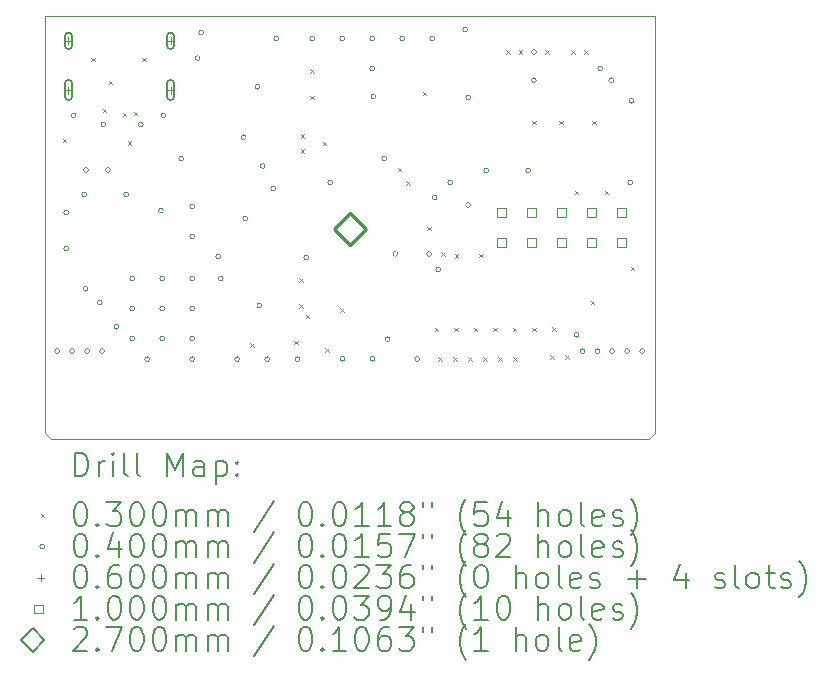
<source format=gbr>
%TF.GenerationSoftware,KiCad,Pcbnew,(6.0.7)*%
%TF.CreationDate,2023-03-31T21:15:41+02:00*%
%TF.ProjectId,airboy_cartridge,61697262-6f79-45f6-9361-727472696467,rev?*%
%TF.SameCoordinates,Original*%
%TF.FileFunction,Drillmap*%
%TF.FilePolarity,Positive*%
%FSLAX45Y45*%
G04 Gerber Fmt 4.5, Leading zero omitted, Abs format (unit mm)*
G04 Created by KiCad (PCBNEW (6.0.7)) date 2023-03-31 21:15:41*
%MOMM*%
%LPD*%
G01*
G04 APERTURE LIST*
%ADD10C,0.100000*%
%ADD11C,0.200000*%
%ADD12C,0.030000*%
%ADD13C,0.040000*%
%ADD14C,0.060000*%
%ADD15C,0.270000*%
G04 APERTURE END LIST*
D10*
X12420000Y-8600000D02*
X12420000Y-12130000D01*
X17580000Y-8600000D02*
X17580000Y-12130000D01*
X12420000Y-8600000D02*
X17580000Y-8600000D01*
X12470000Y-12180000D02*
X17530000Y-12180000D01*
X17530000Y-12180000D02*
X17580000Y-12130000D01*
X12420000Y-12130000D02*
X12470000Y-12180000D01*
D11*
D12*
X12568160Y-9637000D02*
X12598160Y-9667000D01*
X12598160Y-9637000D02*
X12568160Y-9667000D01*
X12812000Y-8951200D02*
X12842000Y-8981200D01*
X12842000Y-8951200D02*
X12812000Y-8981200D01*
X12908520Y-9383000D02*
X12938520Y-9413000D01*
X12938520Y-9383000D02*
X12908520Y-9413000D01*
X12959320Y-9144240D02*
X12989320Y-9174240D01*
X12989320Y-9144240D02*
X12959320Y-9174240D01*
X13076160Y-9418560D02*
X13106160Y-9448560D01*
X13106160Y-9418560D02*
X13076160Y-9448560D01*
X13119340Y-9659860D02*
X13149340Y-9689860D01*
X13149340Y-9659860D02*
X13119340Y-9689860D01*
X13170140Y-9408400D02*
X13200140Y-9438400D01*
X13200140Y-9408400D02*
X13170140Y-9438400D01*
X13243800Y-8951200D02*
X13273800Y-8981200D01*
X13273800Y-8951200D02*
X13243800Y-8981200D01*
X14158200Y-11366740D02*
X14188200Y-11396740D01*
X14188200Y-11366740D02*
X14158200Y-11396740D01*
X14529040Y-11348960D02*
X14559040Y-11378960D01*
X14559040Y-11348960D02*
X14529040Y-11378960D01*
X14569680Y-11039080D02*
X14599680Y-11069080D01*
X14599680Y-11039080D02*
X14569680Y-11069080D01*
X14572220Y-10818100D02*
X14602220Y-10848100D01*
X14602220Y-10818100D02*
X14572220Y-10848100D01*
X14584920Y-9598900D02*
X14614920Y-9628900D01*
X14614920Y-9598900D02*
X14584920Y-9628900D01*
X14584920Y-9725900D02*
X14614920Y-9755900D01*
X14614920Y-9725900D02*
X14584920Y-9755900D01*
X14625560Y-11125440D02*
X14655560Y-11155440D01*
X14655560Y-11125440D02*
X14625560Y-11155440D01*
X14663660Y-9050260D02*
X14693660Y-9080260D01*
X14693660Y-9050260D02*
X14663660Y-9080260D01*
X14666200Y-9271240D02*
X14696200Y-9301240D01*
X14696200Y-9271240D02*
X14666200Y-9301240D01*
X14770340Y-9662400D02*
X14800340Y-9692400D01*
X14800340Y-9662400D02*
X14770340Y-9692400D01*
X14793200Y-11412460D02*
X14823200Y-11442460D01*
X14823200Y-11412460D02*
X14793200Y-11442460D01*
X14920200Y-11072100D02*
X14950200Y-11102100D01*
X14950200Y-11072100D02*
X14920200Y-11102100D01*
X15405340Y-9883380D02*
X15435340Y-9913380D01*
X15435340Y-9883380D02*
X15405340Y-9913380D01*
X15479000Y-9997680D02*
X15509000Y-10027680D01*
X15509000Y-9997680D02*
X15479000Y-10027680D01*
X15618700Y-9238220D02*
X15648700Y-9268220D01*
X15648700Y-9238220D02*
X15618700Y-9268220D01*
X15656800Y-10383200D02*
X15686800Y-10413200D01*
X15686800Y-10383200D02*
X15656800Y-10413200D01*
X15720300Y-11237200D02*
X15750300Y-11267200D01*
X15750300Y-11237200D02*
X15720300Y-11267200D01*
X15748240Y-11486120D02*
X15778240Y-11516120D01*
X15778240Y-11486120D02*
X15748240Y-11516120D01*
X15776180Y-10599660D02*
X15806180Y-10629660D01*
X15806180Y-10599660D02*
X15776180Y-10629660D01*
X15875240Y-11486120D02*
X15905240Y-11516120D01*
X15905240Y-11486120D02*
X15875240Y-11516120D01*
X15885400Y-11237200D02*
X15915400Y-11267200D01*
X15915400Y-11237200D02*
X15885400Y-11267200D01*
X15890000Y-10615000D02*
X15920000Y-10645000D01*
X15920000Y-10615000D02*
X15890000Y-10645000D01*
X16002240Y-11486120D02*
X16032240Y-11516120D01*
X16032240Y-11486120D02*
X16002240Y-11516120D01*
X16050500Y-11237200D02*
X16080500Y-11267200D01*
X16080500Y-11237200D02*
X16050500Y-11267200D01*
X16095000Y-10610000D02*
X16125000Y-10640000D01*
X16125000Y-10610000D02*
X16095000Y-10640000D01*
X16129240Y-11486120D02*
X16159240Y-11516120D01*
X16159240Y-11486120D02*
X16129240Y-11516120D01*
X16215600Y-11237200D02*
X16245600Y-11267200D01*
X16245600Y-11237200D02*
X16215600Y-11267200D01*
X16256240Y-11486120D02*
X16286240Y-11516120D01*
X16286240Y-11486120D02*
X16256240Y-11516120D01*
X16322280Y-8887700D02*
X16352280Y-8917700D01*
X16352280Y-8887700D02*
X16322280Y-8917700D01*
X16380700Y-11237200D02*
X16410700Y-11267200D01*
X16410700Y-11237200D02*
X16380700Y-11267200D01*
X16385780Y-11486120D02*
X16415780Y-11516120D01*
X16415780Y-11486120D02*
X16385780Y-11516120D01*
X16431500Y-8887700D02*
X16461500Y-8917700D01*
X16461500Y-8887700D02*
X16431500Y-8917700D01*
X16545800Y-9484600D02*
X16575800Y-9514600D01*
X16575800Y-9484600D02*
X16545800Y-9514600D01*
X16545800Y-11237200D02*
X16575800Y-11267200D01*
X16575800Y-11237200D02*
X16545800Y-11267200D01*
X16652480Y-8887700D02*
X16682480Y-8917700D01*
X16682480Y-8887700D02*
X16652480Y-8917700D01*
X16698200Y-11468340D02*
X16728200Y-11498340D01*
X16728200Y-11468340D02*
X16698200Y-11498340D01*
X16715980Y-11234660D02*
X16745980Y-11264660D01*
X16745980Y-11234660D02*
X16715980Y-11264660D01*
X16774400Y-9484600D02*
X16804400Y-9514600D01*
X16804400Y-9484600D02*
X16774400Y-9514600D01*
X16825200Y-11468340D02*
X16855200Y-11498340D01*
X16855200Y-11468340D02*
X16825200Y-11498340D01*
X16873460Y-8887700D02*
X16903460Y-8917700D01*
X16903460Y-8887700D02*
X16873460Y-8917700D01*
X16903940Y-10076420D02*
X16933940Y-10106420D01*
X16933940Y-10076420D02*
X16903940Y-10106420D01*
X16982680Y-8887700D02*
X17012680Y-8917700D01*
X17012680Y-8887700D02*
X16982680Y-8917700D01*
X17041100Y-11008600D02*
X17071100Y-11038600D01*
X17071100Y-11008600D02*
X17041100Y-11038600D01*
X17053800Y-9484600D02*
X17083800Y-9514600D01*
X17083800Y-9484600D02*
X17053800Y-9514600D01*
X17157940Y-10076420D02*
X17187940Y-10106420D01*
X17187940Y-10076420D02*
X17157940Y-10106420D01*
X17380000Y-10720000D02*
X17410000Y-10750000D01*
X17410000Y-10720000D02*
X17380000Y-10750000D01*
D13*
X12542200Y-11435080D02*
G75*
G03*
X12542200Y-11435080I-20000J0D01*
G01*
X12618400Y-10261600D02*
G75*
G03*
X12618400Y-10261600I-20000J0D01*
G01*
X12618400Y-10566400D02*
G75*
G03*
X12618400Y-10566400I-20000J0D01*
G01*
X12669200Y-11435080D02*
G75*
G03*
X12669200Y-11435080I-20000J0D01*
G01*
X12681900Y-9438640D02*
G75*
G03*
X12681900Y-9438640I-20000J0D01*
G01*
X12770800Y-10109200D02*
G75*
G03*
X12770800Y-10109200I-20000J0D01*
G01*
X12783500Y-10906760D02*
G75*
G03*
X12783500Y-10906760I-20000J0D01*
G01*
X12786040Y-9900920D02*
G75*
G03*
X12786040Y-9900920I-20000J0D01*
G01*
X12796200Y-11435080D02*
G75*
G03*
X12796200Y-11435080I-20000J0D01*
G01*
X12902880Y-11023600D02*
G75*
G03*
X12902880Y-11023600I-20000J0D01*
G01*
X12923200Y-11435080D02*
G75*
G03*
X12923200Y-11435080I-20000J0D01*
G01*
X12933360Y-9517380D02*
G75*
G03*
X12933360Y-9517380I-20000J0D01*
G01*
X12971460Y-9900920D02*
G75*
G03*
X12971460Y-9900920I-20000J0D01*
G01*
X13042580Y-11229340D02*
G75*
G03*
X13042580Y-11229340I-20000J0D01*
G01*
X13126400Y-10109200D02*
G75*
G03*
X13126400Y-10109200I-20000J0D01*
G01*
X13177200Y-10820400D02*
G75*
G03*
X13177200Y-10820400I-20000J0D01*
G01*
X13177200Y-11074400D02*
G75*
G03*
X13177200Y-11074400I-20000J0D01*
G01*
X13177200Y-11328400D02*
G75*
G03*
X13177200Y-11328400I-20000J0D01*
G01*
X13250860Y-9517380D02*
G75*
G03*
X13250860Y-9517380I-20000J0D01*
G01*
X13304200Y-11503660D02*
G75*
G03*
X13304200Y-11503660I-20000J0D01*
G01*
X13421040Y-10246360D02*
G75*
G03*
X13421040Y-10246360I-20000J0D01*
G01*
X13431200Y-10820400D02*
G75*
G03*
X13431200Y-10820400I-20000J0D01*
G01*
X13431200Y-11074400D02*
G75*
G03*
X13431200Y-11074400I-20000J0D01*
G01*
X13431200Y-11328400D02*
G75*
G03*
X13431200Y-11328400I-20000J0D01*
G01*
X13441360Y-9438640D02*
G75*
G03*
X13441360Y-9438640I-20000J0D01*
G01*
X13591220Y-9804400D02*
G75*
G03*
X13591220Y-9804400I-20000J0D01*
G01*
X13685200Y-10210800D02*
G75*
G03*
X13685200Y-10210800I-20000J0D01*
G01*
X13685200Y-10464800D02*
G75*
G03*
X13685200Y-10464800I-20000J0D01*
G01*
X13685200Y-10820400D02*
G75*
G03*
X13685200Y-10820400I-20000J0D01*
G01*
X13685200Y-11074400D02*
G75*
G03*
X13685200Y-11074400I-20000J0D01*
G01*
X13685200Y-11328400D02*
G75*
G03*
X13685200Y-11328400I-20000J0D01*
G01*
X13685200Y-11503660D02*
G75*
G03*
X13685200Y-11503660I-20000J0D01*
G01*
X13730920Y-8953500D02*
G75*
G03*
X13730920Y-8953500I-20000J0D01*
G01*
X13761400Y-8737600D02*
G75*
G03*
X13761400Y-8737600I-20000J0D01*
G01*
X13906180Y-10632440D02*
G75*
G03*
X13906180Y-10632440I-20000J0D01*
G01*
X13926500Y-10820400D02*
G75*
G03*
X13926500Y-10820400I-20000J0D01*
G01*
X14066200Y-11503660D02*
G75*
G03*
X14066200Y-11503660I-20000J0D01*
G01*
X14122080Y-9624060D02*
G75*
G03*
X14122080Y-9624060I-20000J0D01*
G01*
X14134780Y-10312400D02*
G75*
G03*
X14134780Y-10312400I-20000J0D01*
G01*
X14236380Y-9197340D02*
G75*
G03*
X14236380Y-9197340I-20000J0D01*
G01*
X14254160Y-11049000D02*
G75*
G03*
X14254160Y-11049000I-20000J0D01*
G01*
X14282100Y-9867900D02*
G75*
G03*
X14282100Y-9867900I-20000J0D01*
G01*
X14320200Y-11503660D02*
G75*
G03*
X14320200Y-11503660I-20000J0D01*
G01*
X14371000Y-10058400D02*
G75*
G03*
X14371000Y-10058400I-20000J0D01*
G01*
X14396400Y-8788400D02*
G75*
G03*
X14396400Y-8788400I-20000J0D01*
G01*
X14576740Y-11503660D02*
G75*
G03*
X14576740Y-11503660I-20000J0D01*
G01*
X14650400Y-10642600D02*
G75*
G03*
X14650400Y-10642600I-20000J0D01*
G01*
X14701200Y-8788400D02*
G75*
G03*
X14701200Y-8788400I-20000J0D01*
G01*
X14853600Y-10007600D02*
G75*
G03*
X14853600Y-10007600I-20000J0D01*
G01*
X14955200Y-8788400D02*
G75*
G03*
X14955200Y-8788400I-20000J0D01*
G01*
X14957740Y-11501120D02*
G75*
G03*
X14957740Y-11501120I-20000J0D01*
G01*
X15209200Y-8788400D02*
G75*
G03*
X15209200Y-8788400I-20000J0D01*
G01*
X15209200Y-9042400D02*
G75*
G03*
X15209200Y-9042400I-20000J0D01*
G01*
X15211740Y-11501120D02*
G75*
G03*
X15211740Y-11501120I-20000J0D01*
G01*
X15219360Y-9278620D02*
G75*
G03*
X15219360Y-9278620I-20000J0D01*
G01*
X15310800Y-9804400D02*
G75*
G03*
X15310800Y-9804400I-20000J0D01*
G01*
X15338740Y-11333480D02*
G75*
G03*
X15338740Y-11333480I-20000J0D01*
G01*
X15404780Y-10612120D02*
G75*
G03*
X15404780Y-10612120I-20000J0D01*
G01*
X15463200Y-8788400D02*
G75*
G03*
X15463200Y-8788400I-20000J0D01*
G01*
X15590200Y-11501120D02*
G75*
G03*
X15590200Y-11501120I-20000J0D01*
G01*
X15691800Y-10612120D02*
G75*
G03*
X15691800Y-10612120I-20000J0D01*
G01*
X15717200Y-8788400D02*
G75*
G03*
X15717200Y-8788400I-20000J0D01*
G01*
X15737520Y-10134600D02*
G75*
G03*
X15737520Y-10134600I-20000J0D01*
G01*
X15768000Y-10744200D02*
G75*
G03*
X15768000Y-10744200I-20000J0D01*
G01*
X15869600Y-10007600D02*
G75*
G03*
X15869600Y-10007600I-20000J0D01*
G01*
X15996600Y-8712200D02*
G75*
G03*
X15996600Y-8712200I-20000J0D01*
G01*
X16022000Y-9288780D02*
G75*
G03*
X16022000Y-9288780I-20000J0D01*
G01*
X16022000Y-10198100D02*
G75*
G03*
X16022000Y-10198100I-20000J0D01*
G01*
X16174400Y-9906000D02*
G75*
G03*
X16174400Y-9906000I-20000J0D01*
G01*
X16530000Y-9906000D02*
G75*
G03*
X16530000Y-9906000I-20000J0D01*
G01*
X16578260Y-8902700D02*
G75*
G03*
X16578260Y-8902700I-20000J0D01*
G01*
X16578260Y-9141460D02*
G75*
G03*
X16578260Y-9141460I-20000J0D01*
G01*
X16938940Y-11297920D02*
G75*
G03*
X16938940Y-11297920I-20000J0D01*
G01*
X16989740Y-11435080D02*
G75*
G03*
X16989740Y-11435080I-20000J0D01*
G01*
X17116740Y-11435080D02*
G75*
G03*
X17116740Y-11435080I-20000J0D01*
G01*
X17139600Y-9042400D02*
G75*
G03*
X17139600Y-9042400I-20000J0D01*
G01*
X17233320Y-9141460D02*
G75*
G03*
X17233320Y-9141460I-20000J0D01*
G01*
X17241200Y-11435080D02*
G75*
G03*
X17241200Y-11435080I-20000J0D01*
G01*
X17368200Y-11435080D02*
G75*
G03*
X17368200Y-11435080I-20000J0D01*
G01*
X17393600Y-10007600D02*
G75*
G03*
X17393600Y-10007600I-20000J0D01*
G01*
X17406300Y-9316720D02*
G75*
G03*
X17406300Y-9316720I-20000J0D01*
G01*
X17495200Y-11435080D02*
G75*
G03*
X17495200Y-11435080I-20000J0D01*
G01*
D14*
X12618000Y-8778500D02*
X12618000Y-8838500D01*
X12588000Y-8808500D02*
X12648000Y-8808500D01*
D11*
X12588000Y-8768500D02*
X12588000Y-8848500D01*
X12648000Y-8768500D02*
X12648000Y-8848500D01*
X12588000Y-8848500D02*
G75*
G03*
X12648000Y-8848500I30000J0D01*
G01*
X12648000Y-8768500D02*
G75*
G03*
X12588000Y-8768500I-30000J0D01*
G01*
D14*
X12618000Y-9195500D02*
X12618000Y-9255500D01*
X12588000Y-9225500D02*
X12648000Y-9225500D01*
D11*
X12588000Y-9170500D02*
X12588000Y-9280500D01*
X12648000Y-9170500D02*
X12648000Y-9280500D01*
X12588000Y-9280500D02*
G75*
G03*
X12648000Y-9280500I30000J0D01*
G01*
X12648000Y-9170500D02*
G75*
G03*
X12588000Y-9170500I-30000J0D01*
G01*
D14*
X13482000Y-8778500D02*
X13482000Y-8838500D01*
X13452000Y-8808500D02*
X13512000Y-8808500D01*
D11*
X13452000Y-8768500D02*
X13452000Y-8848500D01*
X13512000Y-8768500D02*
X13512000Y-8848500D01*
X13452000Y-8848500D02*
G75*
G03*
X13512000Y-8848500I30000J0D01*
G01*
X13512000Y-8768500D02*
G75*
G03*
X13452000Y-8768500I-30000J0D01*
G01*
D14*
X13482000Y-9195500D02*
X13482000Y-9255500D01*
X13452000Y-9225500D02*
X13512000Y-9225500D01*
D11*
X13452000Y-9170500D02*
X13452000Y-9280500D01*
X13512000Y-9170500D02*
X13512000Y-9280500D01*
X13452000Y-9280500D02*
G75*
G03*
X13512000Y-9280500I30000J0D01*
G01*
X13512000Y-9170500D02*
G75*
G03*
X13452000Y-9170500I-30000J0D01*
G01*
D10*
X16318856Y-10297856D02*
X16318856Y-10227144D01*
X16248144Y-10227144D01*
X16248144Y-10297856D01*
X16318856Y-10297856D01*
X16318856Y-10551856D02*
X16318856Y-10481144D01*
X16248144Y-10481144D01*
X16248144Y-10551856D01*
X16318856Y-10551856D01*
X16572856Y-10297856D02*
X16572856Y-10227144D01*
X16502144Y-10227144D01*
X16502144Y-10297856D01*
X16572856Y-10297856D01*
X16572856Y-10551856D02*
X16572856Y-10481144D01*
X16502144Y-10481144D01*
X16502144Y-10551856D01*
X16572856Y-10551856D01*
X16826856Y-10297856D02*
X16826856Y-10227144D01*
X16756144Y-10227144D01*
X16756144Y-10297856D01*
X16826856Y-10297856D01*
X16826856Y-10551856D02*
X16826856Y-10481144D01*
X16756144Y-10481144D01*
X16756144Y-10551856D01*
X16826856Y-10551856D01*
X17080856Y-10297856D02*
X17080856Y-10227144D01*
X17010144Y-10227144D01*
X17010144Y-10297856D01*
X17080856Y-10297856D01*
X17080856Y-10551856D02*
X17080856Y-10481144D01*
X17010144Y-10481144D01*
X17010144Y-10551856D01*
X17080856Y-10551856D01*
X17334856Y-10297856D02*
X17334856Y-10227144D01*
X17264144Y-10227144D01*
X17264144Y-10297856D01*
X17334856Y-10297856D01*
X17334856Y-10551856D02*
X17334856Y-10481144D01*
X17264144Y-10481144D01*
X17264144Y-10551856D01*
X17334856Y-10551856D01*
D15*
X15000000Y-10535000D02*
X15135000Y-10400000D01*
X15000000Y-10265000D01*
X14865000Y-10400000D01*
X15000000Y-10535000D01*
D11*
X12672619Y-12495476D02*
X12672619Y-12295476D01*
X12720238Y-12295476D01*
X12748809Y-12305000D01*
X12767857Y-12324048D01*
X12777381Y-12343095D01*
X12786905Y-12381190D01*
X12786905Y-12409762D01*
X12777381Y-12447857D01*
X12767857Y-12466905D01*
X12748809Y-12485952D01*
X12720238Y-12495476D01*
X12672619Y-12495476D01*
X12872619Y-12495476D02*
X12872619Y-12362143D01*
X12872619Y-12400238D02*
X12882143Y-12381190D01*
X12891667Y-12371667D01*
X12910714Y-12362143D01*
X12929762Y-12362143D01*
X12996428Y-12495476D02*
X12996428Y-12362143D01*
X12996428Y-12295476D02*
X12986905Y-12305000D01*
X12996428Y-12314524D01*
X13005952Y-12305000D01*
X12996428Y-12295476D01*
X12996428Y-12314524D01*
X13120238Y-12495476D02*
X13101190Y-12485952D01*
X13091667Y-12466905D01*
X13091667Y-12295476D01*
X13225000Y-12495476D02*
X13205952Y-12485952D01*
X13196428Y-12466905D01*
X13196428Y-12295476D01*
X13453571Y-12495476D02*
X13453571Y-12295476D01*
X13520238Y-12438333D01*
X13586905Y-12295476D01*
X13586905Y-12495476D01*
X13767857Y-12495476D02*
X13767857Y-12390714D01*
X13758333Y-12371667D01*
X13739286Y-12362143D01*
X13701190Y-12362143D01*
X13682143Y-12371667D01*
X13767857Y-12485952D02*
X13748809Y-12495476D01*
X13701190Y-12495476D01*
X13682143Y-12485952D01*
X13672619Y-12466905D01*
X13672619Y-12447857D01*
X13682143Y-12428809D01*
X13701190Y-12419286D01*
X13748809Y-12419286D01*
X13767857Y-12409762D01*
X13863095Y-12362143D02*
X13863095Y-12562143D01*
X13863095Y-12371667D02*
X13882143Y-12362143D01*
X13920238Y-12362143D01*
X13939286Y-12371667D01*
X13948809Y-12381190D01*
X13958333Y-12400238D01*
X13958333Y-12457381D01*
X13948809Y-12476428D01*
X13939286Y-12485952D01*
X13920238Y-12495476D01*
X13882143Y-12495476D01*
X13863095Y-12485952D01*
X14044048Y-12476428D02*
X14053571Y-12485952D01*
X14044048Y-12495476D01*
X14034524Y-12485952D01*
X14044048Y-12476428D01*
X14044048Y-12495476D01*
X14044048Y-12371667D02*
X14053571Y-12381190D01*
X14044048Y-12390714D01*
X14034524Y-12381190D01*
X14044048Y-12371667D01*
X14044048Y-12390714D01*
D12*
X12385000Y-12810000D02*
X12415000Y-12840000D01*
X12415000Y-12810000D02*
X12385000Y-12840000D01*
D11*
X12710714Y-12715476D02*
X12729762Y-12715476D01*
X12748809Y-12725000D01*
X12758333Y-12734524D01*
X12767857Y-12753571D01*
X12777381Y-12791667D01*
X12777381Y-12839286D01*
X12767857Y-12877381D01*
X12758333Y-12896428D01*
X12748809Y-12905952D01*
X12729762Y-12915476D01*
X12710714Y-12915476D01*
X12691667Y-12905952D01*
X12682143Y-12896428D01*
X12672619Y-12877381D01*
X12663095Y-12839286D01*
X12663095Y-12791667D01*
X12672619Y-12753571D01*
X12682143Y-12734524D01*
X12691667Y-12725000D01*
X12710714Y-12715476D01*
X12863095Y-12896428D02*
X12872619Y-12905952D01*
X12863095Y-12915476D01*
X12853571Y-12905952D01*
X12863095Y-12896428D01*
X12863095Y-12915476D01*
X12939286Y-12715476D02*
X13063095Y-12715476D01*
X12996428Y-12791667D01*
X13025000Y-12791667D01*
X13044048Y-12801190D01*
X13053571Y-12810714D01*
X13063095Y-12829762D01*
X13063095Y-12877381D01*
X13053571Y-12896428D01*
X13044048Y-12905952D01*
X13025000Y-12915476D01*
X12967857Y-12915476D01*
X12948809Y-12905952D01*
X12939286Y-12896428D01*
X13186905Y-12715476D02*
X13205952Y-12715476D01*
X13225000Y-12725000D01*
X13234524Y-12734524D01*
X13244048Y-12753571D01*
X13253571Y-12791667D01*
X13253571Y-12839286D01*
X13244048Y-12877381D01*
X13234524Y-12896428D01*
X13225000Y-12905952D01*
X13205952Y-12915476D01*
X13186905Y-12915476D01*
X13167857Y-12905952D01*
X13158333Y-12896428D01*
X13148809Y-12877381D01*
X13139286Y-12839286D01*
X13139286Y-12791667D01*
X13148809Y-12753571D01*
X13158333Y-12734524D01*
X13167857Y-12725000D01*
X13186905Y-12715476D01*
X13377381Y-12715476D02*
X13396428Y-12715476D01*
X13415476Y-12725000D01*
X13425000Y-12734524D01*
X13434524Y-12753571D01*
X13444048Y-12791667D01*
X13444048Y-12839286D01*
X13434524Y-12877381D01*
X13425000Y-12896428D01*
X13415476Y-12905952D01*
X13396428Y-12915476D01*
X13377381Y-12915476D01*
X13358333Y-12905952D01*
X13348809Y-12896428D01*
X13339286Y-12877381D01*
X13329762Y-12839286D01*
X13329762Y-12791667D01*
X13339286Y-12753571D01*
X13348809Y-12734524D01*
X13358333Y-12725000D01*
X13377381Y-12715476D01*
X13529762Y-12915476D02*
X13529762Y-12782143D01*
X13529762Y-12801190D02*
X13539286Y-12791667D01*
X13558333Y-12782143D01*
X13586905Y-12782143D01*
X13605952Y-12791667D01*
X13615476Y-12810714D01*
X13615476Y-12915476D01*
X13615476Y-12810714D02*
X13625000Y-12791667D01*
X13644048Y-12782143D01*
X13672619Y-12782143D01*
X13691667Y-12791667D01*
X13701190Y-12810714D01*
X13701190Y-12915476D01*
X13796428Y-12915476D02*
X13796428Y-12782143D01*
X13796428Y-12801190D02*
X13805952Y-12791667D01*
X13825000Y-12782143D01*
X13853571Y-12782143D01*
X13872619Y-12791667D01*
X13882143Y-12810714D01*
X13882143Y-12915476D01*
X13882143Y-12810714D02*
X13891667Y-12791667D01*
X13910714Y-12782143D01*
X13939286Y-12782143D01*
X13958333Y-12791667D01*
X13967857Y-12810714D01*
X13967857Y-12915476D01*
X14358333Y-12705952D02*
X14186905Y-12963095D01*
X14615476Y-12715476D02*
X14634524Y-12715476D01*
X14653571Y-12725000D01*
X14663095Y-12734524D01*
X14672619Y-12753571D01*
X14682143Y-12791667D01*
X14682143Y-12839286D01*
X14672619Y-12877381D01*
X14663095Y-12896428D01*
X14653571Y-12905952D01*
X14634524Y-12915476D01*
X14615476Y-12915476D01*
X14596428Y-12905952D01*
X14586905Y-12896428D01*
X14577381Y-12877381D01*
X14567857Y-12839286D01*
X14567857Y-12791667D01*
X14577381Y-12753571D01*
X14586905Y-12734524D01*
X14596428Y-12725000D01*
X14615476Y-12715476D01*
X14767857Y-12896428D02*
X14777381Y-12905952D01*
X14767857Y-12915476D01*
X14758333Y-12905952D01*
X14767857Y-12896428D01*
X14767857Y-12915476D01*
X14901190Y-12715476D02*
X14920238Y-12715476D01*
X14939286Y-12725000D01*
X14948809Y-12734524D01*
X14958333Y-12753571D01*
X14967857Y-12791667D01*
X14967857Y-12839286D01*
X14958333Y-12877381D01*
X14948809Y-12896428D01*
X14939286Y-12905952D01*
X14920238Y-12915476D01*
X14901190Y-12915476D01*
X14882143Y-12905952D01*
X14872619Y-12896428D01*
X14863095Y-12877381D01*
X14853571Y-12839286D01*
X14853571Y-12791667D01*
X14863095Y-12753571D01*
X14872619Y-12734524D01*
X14882143Y-12725000D01*
X14901190Y-12715476D01*
X15158333Y-12915476D02*
X15044048Y-12915476D01*
X15101190Y-12915476D02*
X15101190Y-12715476D01*
X15082143Y-12744048D01*
X15063095Y-12763095D01*
X15044048Y-12772619D01*
X15348809Y-12915476D02*
X15234524Y-12915476D01*
X15291667Y-12915476D02*
X15291667Y-12715476D01*
X15272619Y-12744048D01*
X15253571Y-12763095D01*
X15234524Y-12772619D01*
X15463095Y-12801190D02*
X15444048Y-12791667D01*
X15434524Y-12782143D01*
X15425000Y-12763095D01*
X15425000Y-12753571D01*
X15434524Y-12734524D01*
X15444048Y-12725000D01*
X15463095Y-12715476D01*
X15501190Y-12715476D01*
X15520238Y-12725000D01*
X15529762Y-12734524D01*
X15539286Y-12753571D01*
X15539286Y-12763095D01*
X15529762Y-12782143D01*
X15520238Y-12791667D01*
X15501190Y-12801190D01*
X15463095Y-12801190D01*
X15444048Y-12810714D01*
X15434524Y-12820238D01*
X15425000Y-12839286D01*
X15425000Y-12877381D01*
X15434524Y-12896428D01*
X15444048Y-12905952D01*
X15463095Y-12915476D01*
X15501190Y-12915476D01*
X15520238Y-12905952D01*
X15529762Y-12896428D01*
X15539286Y-12877381D01*
X15539286Y-12839286D01*
X15529762Y-12820238D01*
X15520238Y-12810714D01*
X15501190Y-12801190D01*
X15615476Y-12715476D02*
X15615476Y-12753571D01*
X15691667Y-12715476D02*
X15691667Y-12753571D01*
X15986905Y-12991667D02*
X15977381Y-12982143D01*
X15958333Y-12953571D01*
X15948809Y-12934524D01*
X15939286Y-12905952D01*
X15929762Y-12858333D01*
X15929762Y-12820238D01*
X15939286Y-12772619D01*
X15948809Y-12744048D01*
X15958333Y-12725000D01*
X15977381Y-12696428D01*
X15986905Y-12686905D01*
X16158333Y-12715476D02*
X16063095Y-12715476D01*
X16053571Y-12810714D01*
X16063095Y-12801190D01*
X16082143Y-12791667D01*
X16129762Y-12791667D01*
X16148809Y-12801190D01*
X16158333Y-12810714D01*
X16167857Y-12829762D01*
X16167857Y-12877381D01*
X16158333Y-12896428D01*
X16148809Y-12905952D01*
X16129762Y-12915476D01*
X16082143Y-12915476D01*
X16063095Y-12905952D01*
X16053571Y-12896428D01*
X16339286Y-12782143D02*
X16339286Y-12915476D01*
X16291667Y-12705952D02*
X16244048Y-12848809D01*
X16367857Y-12848809D01*
X16596428Y-12915476D02*
X16596428Y-12715476D01*
X16682143Y-12915476D02*
X16682143Y-12810714D01*
X16672619Y-12791667D01*
X16653571Y-12782143D01*
X16625000Y-12782143D01*
X16605952Y-12791667D01*
X16596428Y-12801190D01*
X16805952Y-12915476D02*
X16786905Y-12905952D01*
X16777381Y-12896428D01*
X16767857Y-12877381D01*
X16767857Y-12820238D01*
X16777381Y-12801190D01*
X16786905Y-12791667D01*
X16805952Y-12782143D01*
X16834524Y-12782143D01*
X16853571Y-12791667D01*
X16863095Y-12801190D01*
X16872619Y-12820238D01*
X16872619Y-12877381D01*
X16863095Y-12896428D01*
X16853571Y-12905952D01*
X16834524Y-12915476D01*
X16805952Y-12915476D01*
X16986905Y-12915476D02*
X16967857Y-12905952D01*
X16958333Y-12886905D01*
X16958333Y-12715476D01*
X17139286Y-12905952D02*
X17120238Y-12915476D01*
X17082143Y-12915476D01*
X17063095Y-12905952D01*
X17053571Y-12886905D01*
X17053571Y-12810714D01*
X17063095Y-12791667D01*
X17082143Y-12782143D01*
X17120238Y-12782143D01*
X17139286Y-12791667D01*
X17148810Y-12810714D01*
X17148810Y-12829762D01*
X17053571Y-12848809D01*
X17225000Y-12905952D02*
X17244048Y-12915476D01*
X17282143Y-12915476D01*
X17301190Y-12905952D01*
X17310714Y-12886905D01*
X17310714Y-12877381D01*
X17301190Y-12858333D01*
X17282143Y-12848809D01*
X17253571Y-12848809D01*
X17234524Y-12839286D01*
X17225000Y-12820238D01*
X17225000Y-12810714D01*
X17234524Y-12791667D01*
X17253571Y-12782143D01*
X17282143Y-12782143D01*
X17301190Y-12791667D01*
X17377381Y-12991667D02*
X17386905Y-12982143D01*
X17405952Y-12953571D01*
X17415476Y-12934524D01*
X17425000Y-12905952D01*
X17434524Y-12858333D01*
X17434524Y-12820238D01*
X17425000Y-12772619D01*
X17415476Y-12744048D01*
X17405952Y-12725000D01*
X17386905Y-12696428D01*
X17377381Y-12686905D01*
D13*
X12415000Y-13089000D02*
G75*
G03*
X12415000Y-13089000I-20000J0D01*
G01*
D11*
X12710714Y-12979476D02*
X12729762Y-12979476D01*
X12748809Y-12989000D01*
X12758333Y-12998524D01*
X12767857Y-13017571D01*
X12777381Y-13055667D01*
X12777381Y-13103286D01*
X12767857Y-13141381D01*
X12758333Y-13160428D01*
X12748809Y-13169952D01*
X12729762Y-13179476D01*
X12710714Y-13179476D01*
X12691667Y-13169952D01*
X12682143Y-13160428D01*
X12672619Y-13141381D01*
X12663095Y-13103286D01*
X12663095Y-13055667D01*
X12672619Y-13017571D01*
X12682143Y-12998524D01*
X12691667Y-12989000D01*
X12710714Y-12979476D01*
X12863095Y-13160428D02*
X12872619Y-13169952D01*
X12863095Y-13179476D01*
X12853571Y-13169952D01*
X12863095Y-13160428D01*
X12863095Y-13179476D01*
X13044048Y-13046143D02*
X13044048Y-13179476D01*
X12996428Y-12969952D02*
X12948809Y-13112809D01*
X13072619Y-13112809D01*
X13186905Y-12979476D02*
X13205952Y-12979476D01*
X13225000Y-12989000D01*
X13234524Y-12998524D01*
X13244048Y-13017571D01*
X13253571Y-13055667D01*
X13253571Y-13103286D01*
X13244048Y-13141381D01*
X13234524Y-13160428D01*
X13225000Y-13169952D01*
X13205952Y-13179476D01*
X13186905Y-13179476D01*
X13167857Y-13169952D01*
X13158333Y-13160428D01*
X13148809Y-13141381D01*
X13139286Y-13103286D01*
X13139286Y-13055667D01*
X13148809Y-13017571D01*
X13158333Y-12998524D01*
X13167857Y-12989000D01*
X13186905Y-12979476D01*
X13377381Y-12979476D02*
X13396428Y-12979476D01*
X13415476Y-12989000D01*
X13425000Y-12998524D01*
X13434524Y-13017571D01*
X13444048Y-13055667D01*
X13444048Y-13103286D01*
X13434524Y-13141381D01*
X13425000Y-13160428D01*
X13415476Y-13169952D01*
X13396428Y-13179476D01*
X13377381Y-13179476D01*
X13358333Y-13169952D01*
X13348809Y-13160428D01*
X13339286Y-13141381D01*
X13329762Y-13103286D01*
X13329762Y-13055667D01*
X13339286Y-13017571D01*
X13348809Y-12998524D01*
X13358333Y-12989000D01*
X13377381Y-12979476D01*
X13529762Y-13179476D02*
X13529762Y-13046143D01*
X13529762Y-13065190D02*
X13539286Y-13055667D01*
X13558333Y-13046143D01*
X13586905Y-13046143D01*
X13605952Y-13055667D01*
X13615476Y-13074714D01*
X13615476Y-13179476D01*
X13615476Y-13074714D02*
X13625000Y-13055667D01*
X13644048Y-13046143D01*
X13672619Y-13046143D01*
X13691667Y-13055667D01*
X13701190Y-13074714D01*
X13701190Y-13179476D01*
X13796428Y-13179476D02*
X13796428Y-13046143D01*
X13796428Y-13065190D02*
X13805952Y-13055667D01*
X13825000Y-13046143D01*
X13853571Y-13046143D01*
X13872619Y-13055667D01*
X13882143Y-13074714D01*
X13882143Y-13179476D01*
X13882143Y-13074714D02*
X13891667Y-13055667D01*
X13910714Y-13046143D01*
X13939286Y-13046143D01*
X13958333Y-13055667D01*
X13967857Y-13074714D01*
X13967857Y-13179476D01*
X14358333Y-12969952D02*
X14186905Y-13227095D01*
X14615476Y-12979476D02*
X14634524Y-12979476D01*
X14653571Y-12989000D01*
X14663095Y-12998524D01*
X14672619Y-13017571D01*
X14682143Y-13055667D01*
X14682143Y-13103286D01*
X14672619Y-13141381D01*
X14663095Y-13160428D01*
X14653571Y-13169952D01*
X14634524Y-13179476D01*
X14615476Y-13179476D01*
X14596428Y-13169952D01*
X14586905Y-13160428D01*
X14577381Y-13141381D01*
X14567857Y-13103286D01*
X14567857Y-13055667D01*
X14577381Y-13017571D01*
X14586905Y-12998524D01*
X14596428Y-12989000D01*
X14615476Y-12979476D01*
X14767857Y-13160428D02*
X14777381Y-13169952D01*
X14767857Y-13179476D01*
X14758333Y-13169952D01*
X14767857Y-13160428D01*
X14767857Y-13179476D01*
X14901190Y-12979476D02*
X14920238Y-12979476D01*
X14939286Y-12989000D01*
X14948809Y-12998524D01*
X14958333Y-13017571D01*
X14967857Y-13055667D01*
X14967857Y-13103286D01*
X14958333Y-13141381D01*
X14948809Y-13160428D01*
X14939286Y-13169952D01*
X14920238Y-13179476D01*
X14901190Y-13179476D01*
X14882143Y-13169952D01*
X14872619Y-13160428D01*
X14863095Y-13141381D01*
X14853571Y-13103286D01*
X14853571Y-13055667D01*
X14863095Y-13017571D01*
X14872619Y-12998524D01*
X14882143Y-12989000D01*
X14901190Y-12979476D01*
X15158333Y-13179476D02*
X15044048Y-13179476D01*
X15101190Y-13179476D02*
X15101190Y-12979476D01*
X15082143Y-13008048D01*
X15063095Y-13027095D01*
X15044048Y-13036619D01*
X15339286Y-12979476D02*
X15244048Y-12979476D01*
X15234524Y-13074714D01*
X15244048Y-13065190D01*
X15263095Y-13055667D01*
X15310714Y-13055667D01*
X15329762Y-13065190D01*
X15339286Y-13074714D01*
X15348809Y-13093762D01*
X15348809Y-13141381D01*
X15339286Y-13160428D01*
X15329762Y-13169952D01*
X15310714Y-13179476D01*
X15263095Y-13179476D01*
X15244048Y-13169952D01*
X15234524Y-13160428D01*
X15415476Y-12979476D02*
X15548809Y-12979476D01*
X15463095Y-13179476D01*
X15615476Y-12979476D02*
X15615476Y-13017571D01*
X15691667Y-12979476D02*
X15691667Y-13017571D01*
X15986905Y-13255667D02*
X15977381Y-13246143D01*
X15958333Y-13217571D01*
X15948809Y-13198524D01*
X15939286Y-13169952D01*
X15929762Y-13122333D01*
X15929762Y-13084238D01*
X15939286Y-13036619D01*
X15948809Y-13008048D01*
X15958333Y-12989000D01*
X15977381Y-12960428D01*
X15986905Y-12950905D01*
X16091667Y-13065190D02*
X16072619Y-13055667D01*
X16063095Y-13046143D01*
X16053571Y-13027095D01*
X16053571Y-13017571D01*
X16063095Y-12998524D01*
X16072619Y-12989000D01*
X16091667Y-12979476D01*
X16129762Y-12979476D01*
X16148809Y-12989000D01*
X16158333Y-12998524D01*
X16167857Y-13017571D01*
X16167857Y-13027095D01*
X16158333Y-13046143D01*
X16148809Y-13055667D01*
X16129762Y-13065190D01*
X16091667Y-13065190D01*
X16072619Y-13074714D01*
X16063095Y-13084238D01*
X16053571Y-13103286D01*
X16053571Y-13141381D01*
X16063095Y-13160428D01*
X16072619Y-13169952D01*
X16091667Y-13179476D01*
X16129762Y-13179476D01*
X16148809Y-13169952D01*
X16158333Y-13160428D01*
X16167857Y-13141381D01*
X16167857Y-13103286D01*
X16158333Y-13084238D01*
X16148809Y-13074714D01*
X16129762Y-13065190D01*
X16244048Y-12998524D02*
X16253571Y-12989000D01*
X16272619Y-12979476D01*
X16320238Y-12979476D01*
X16339286Y-12989000D01*
X16348809Y-12998524D01*
X16358333Y-13017571D01*
X16358333Y-13036619D01*
X16348809Y-13065190D01*
X16234524Y-13179476D01*
X16358333Y-13179476D01*
X16596428Y-13179476D02*
X16596428Y-12979476D01*
X16682143Y-13179476D02*
X16682143Y-13074714D01*
X16672619Y-13055667D01*
X16653571Y-13046143D01*
X16625000Y-13046143D01*
X16605952Y-13055667D01*
X16596428Y-13065190D01*
X16805952Y-13179476D02*
X16786905Y-13169952D01*
X16777381Y-13160428D01*
X16767857Y-13141381D01*
X16767857Y-13084238D01*
X16777381Y-13065190D01*
X16786905Y-13055667D01*
X16805952Y-13046143D01*
X16834524Y-13046143D01*
X16853571Y-13055667D01*
X16863095Y-13065190D01*
X16872619Y-13084238D01*
X16872619Y-13141381D01*
X16863095Y-13160428D01*
X16853571Y-13169952D01*
X16834524Y-13179476D01*
X16805952Y-13179476D01*
X16986905Y-13179476D02*
X16967857Y-13169952D01*
X16958333Y-13150905D01*
X16958333Y-12979476D01*
X17139286Y-13169952D02*
X17120238Y-13179476D01*
X17082143Y-13179476D01*
X17063095Y-13169952D01*
X17053571Y-13150905D01*
X17053571Y-13074714D01*
X17063095Y-13055667D01*
X17082143Y-13046143D01*
X17120238Y-13046143D01*
X17139286Y-13055667D01*
X17148810Y-13074714D01*
X17148810Y-13093762D01*
X17053571Y-13112809D01*
X17225000Y-13169952D02*
X17244048Y-13179476D01*
X17282143Y-13179476D01*
X17301190Y-13169952D01*
X17310714Y-13150905D01*
X17310714Y-13141381D01*
X17301190Y-13122333D01*
X17282143Y-13112809D01*
X17253571Y-13112809D01*
X17234524Y-13103286D01*
X17225000Y-13084238D01*
X17225000Y-13074714D01*
X17234524Y-13055667D01*
X17253571Y-13046143D01*
X17282143Y-13046143D01*
X17301190Y-13055667D01*
X17377381Y-13255667D02*
X17386905Y-13246143D01*
X17405952Y-13217571D01*
X17415476Y-13198524D01*
X17425000Y-13169952D01*
X17434524Y-13122333D01*
X17434524Y-13084238D01*
X17425000Y-13036619D01*
X17415476Y-13008048D01*
X17405952Y-12989000D01*
X17386905Y-12960428D01*
X17377381Y-12950905D01*
D14*
X12385000Y-13323000D02*
X12385000Y-13383000D01*
X12355000Y-13353000D02*
X12415000Y-13353000D01*
D11*
X12710714Y-13243476D02*
X12729762Y-13243476D01*
X12748809Y-13253000D01*
X12758333Y-13262524D01*
X12767857Y-13281571D01*
X12777381Y-13319667D01*
X12777381Y-13367286D01*
X12767857Y-13405381D01*
X12758333Y-13424428D01*
X12748809Y-13433952D01*
X12729762Y-13443476D01*
X12710714Y-13443476D01*
X12691667Y-13433952D01*
X12682143Y-13424428D01*
X12672619Y-13405381D01*
X12663095Y-13367286D01*
X12663095Y-13319667D01*
X12672619Y-13281571D01*
X12682143Y-13262524D01*
X12691667Y-13253000D01*
X12710714Y-13243476D01*
X12863095Y-13424428D02*
X12872619Y-13433952D01*
X12863095Y-13443476D01*
X12853571Y-13433952D01*
X12863095Y-13424428D01*
X12863095Y-13443476D01*
X13044048Y-13243476D02*
X13005952Y-13243476D01*
X12986905Y-13253000D01*
X12977381Y-13262524D01*
X12958333Y-13291095D01*
X12948809Y-13329190D01*
X12948809Y-13405381D01*
X12958333Y-13424428D01*
X12967857Y-13433952D01*
X12986905Y-13443476D01*
X13025000Y-13443476D01*
X13044048Y-13433952D01*
X13053571Y-13424428D01*
X13063095Y-13405381D01*
X13063095Y-13357762D01*
X13053571Y-13338714D01*
X13044048Y-13329190D01*
X13025000Y-13319667D01*
X12986905Y-13319667D01*
X12967857Y-13329190D01*
X12958333Y-13338714D01*
X12948809Y-13357762D01*
X13186905Y-13243476D02*
X13205952Y-13243476D01*
X13225000Y-13253000D01*
X13234524Y-13262524D01*
X13244048Y-13281571D01*
X13253571Y-13319667D01*
X13253571Y-13367286D01*
X13244048Y-13405381D01*
X13234524Y-13424428D01*
X13225000Y-13433952D01*
X13205952Y-13443476D01*
X13186905Y-13443476D01*
X13167857Y-13433952D01*
X13158333Y-13424428D01*
X13148809Y-13405381D01*
X13139286Y-13367286D01*
X13139286Y-13319667D01*
X13148809Y-13281571D01*
X13158333Y-13262524D01*
X13167857Y-13253000D01*
X13186905Y-13243476D01*
X13377381Y-13243476D02*
X13396428Y-13243476D01*
X13415476Y-13253000D01*
X13425000Y-13262524D01*
X13434524Y-13281571D01*
X13444048Y-13319667D01*
X13444048Y-13367286D01*
X13434524Y-13405381D01*
X13425000Y-13424428D01*
X13415476Y-13433952D01*
X13396428Y-13443476D01*
X13377381Y-13443476D01*
X13358333Y-13433952D01*
X13348809Y-13424428D01*
X13339286Y-13405381D01*
X13329762Y-13367286D01*
X13329762Y-13319667D01*
X13339286Y-13281571D01*
X13348809Y-13262524D01*
X13358333Y-13253000D01*
X13377381Y-13243476D01*
X13529762Y-13443476D02*
X13529762Y-13310143D01*
X13529762Y-13329190D02*
X13539286Y-13319667D01*
X13558333Y-13310143D01*
X13586905Y-13310143D01*
X13605952Y-13319667D01*
X13615476Y-13338714D01*
X13615476Y-13443476D01*
X13615476Y-13338714D02*
X13625000Y-13319667D01*
X13644048Y-13310143D01*
X13672619Y-13310143D01*
X13691667Y-13319667D01*
X13701190Y-13338714D01*
X13701190Y-13443476D01*
X13796428Y-13443476D02*
X13796428Y-13310143D01*
X13796428Y-13329190D02*
X13805952Y-13319667D01*
X13825000Y-13310143D01*
X13853571Y-13310143D01*
X13872619Y-13319667D01*
X13882143Y-13338714D01*
X13882143Y-13443476D01*
X13882143Y-13338714D02*
X13891667Y-13319667D01*
X13910714Y-13310143D01*
X13939286Y-13310143D01*
X13958333Y-13319667D01*
X13967857Y-13338714D01*
X13967857Y-13443476D01*
X14358333Y-13233952D02*
X14186905Y-13491095D01*
X14615476Y-13243476D02*
X14634524Y-13243476D01*
X14653571Y-13253000D01*
X14663095Y-13262524D01*
X14672619Y-13281571D01*
X14682143Y-13319667D01*
X14682143Y-13367286D01*
X14672619Y-13405381D01*
X14663095Y-13424428D01*
X14653571Y-13433952D01*
X14634524Y-13443476D01*
X14615476Y-13443476D01*
X14596428Y-13433952D01*
X14586905Y-13424428D01*
X14577381Y-13405381D01*
X14567857Y-13367286D01*
X14567857Y-13319667D01*
X14577381Y-13281571D01*
X14586905Y-13262524D01*
X14596428Y-13253000D01*
X14615476Y-13243476D01*
X14767857Y-13424428D02*
X14777381Y-13433952D01*
X14767857Y-13443476D01*
X14758333Y-13433952D01*
X14767857Y-13424428D01*
X14767857Y-13443476D01*
X14901190Y-13243476D02*
X14920238Y-13243476D01*
X14939286Y-13253000D01*
X14948809Y-13262524D01*
X14958333Y-13281571D01*
X14967857Y-13319667D01*
X14967857Y-13367286D01*
X14958333Y-13405381D01*
X14948809Y-13424428D01*
X14939286Y-13433952D01*
X14920238Y-13443476D01*
X14901190Y-13443476D01*
X14882143Y-13433952D01*
X14872619Y-13424428D01*
X14863095Y-13405381D01*
X14853571Y-13367286D01*
X14853571Y-13319667D01*
X14863095Y-13281571D01*
X14872619Y-13262524D01*
X14882143Y-13253000D01*
X14901190Y-13243476D01*
X15044048Y-13262524D02*
X15053571Y-13253000D01*
X15072619Y-13243476D01*
X15120238Y-13243476D01*
X15139286Y-13253000D01*
X15148809Y-13262524D01*
X15158333Y-13281571D01*
X15158333Y-13300619D01*
X15148809Y-13329190D01*
X15034524Y-13443476D01*
X15158333Y-13443476D01*
X15225000Y-13243476D02*
X15348809Y-13243476D01*
X15282143Y-13319667D01*
X15310714Y-13319667D01*
X15329762Y-13329190D01*
X15339286Y-13338714D01*
X15348809Y-13357762D01*
X15348809Y-13405381D01*
X15339286Y-13424428D01*
X15329762Y-13433952D01*
X15310714Y-13443476D01*
X15253571Y-13443476D01*
X15234524Y-13433952D01*
X15225000Y-13424428D01*
X15520238Y-13243476D02*
X15482143Y-13243476D01*
X15463095Y-13253000D01*
X15453571Y-13262524D01*
X15434524Y-13291095D01*
X15425000Y-13329190D01*
X15425000Y-13405381D01*
X15434524Y-13424428D01*
X15444048Y-13433952D01*
X15463095Y-13443476D01*
X15501190Y-13443476D01*
X15520238Y-13433952D01*
X15529762Y-13424428D01*
X15539286Y-13405381D01*
X15539286Y-13357762D01*
X15529762Y-13338714D01*
X15520238Y-13329190D01*
X15501190Y-13319667D01*
X15463095Y-13319667D01*
X15444048Y-13329190D01*
X15434524Y-13338714D01*
X15425000Y-13357762D01*
X15615476Y-13243476D02*
X15615476Y-13281571D01*
X15691667Y-13243476D02*
X15691667Y-13281571D01*
X15986905Y-13519667D02*
X15977381Y-13510143D01*
X15958333Y-13481571D01*
X15948809Y-13462524D01*
X15939286Y-13433952D01*
X15929762Y-13386333D01*
X15929762Y-13348238D01*
X15939286Y-13300619D01*
X15948809Y-13272048D01*
X15958333Y-13253000D01*
X15977381Y-13224428D01*
X15986905Y-13214905D01*
X16101190Y-13243476D02*
X16120238Y-13243476D01*
X16139286Y-13253000D01*
X16148809Y-13262524D01*
X16158333Y-13281571D01*
X16167857Y-13319667D01*
X16167857Y-13367286D01*
X16158333Y-13405381D01*
X16148809Y-13424428D01*
X16139286Y-13433952D01*
X16120238Y-13443476D01*
X16101190Y-13443476D01*
X16082143Y-13433952D01*
X16072619Y-13424428D01*
X16063095Y-13405381D01*
X16053571Y-13367286D01*
X16053571Y-13319667D01*
X16063095Y-13281571D01*
X16072619Y-13262524D01*
X16082143Y-13253000D01*
X16101190Y-13243476D01*
X16405952Y-13443476D02*
X16405952Y-13243476D01*
X16491667Y-13443476D02*
X16491667Y-13338714D01*
X16482143Y-13319667D01*
X16463095Y-13310143D01*
X16434524Y-13310143D01*
X16415476Y-13319667D01*
X16405952Y-13329190D01*
X16615476Y-13443476D02*
X16596428Y-13433952D01*
X16586905Y-13424428D01*
X16577381Y-13405381D01*
X16577381Y-13348238D01*
X16586905Y-13329190D01*
X16596428Y-13319667D01*
X16615476Y-13310143D01*
X16644048Y-13310143D01*
X16663095Y-13319667D01*
X16672619Y-13329190D01*
X16682143Y-13348238D01*
X16682143Y-13405381D01*
X16672619Y-13424428D01*
X16663095Y-13433952D01*
X16644048Y-13443476D01*
X16615476Y-13443476D01*
X16796429Y-13443476D02*
X16777381Y-13433952D01*
X16767857Y-13414905D01*
X16767857Y-13243476D01*
X16948810Y-13433952D02*
X16929762Y-13443476D01*
X16891667Y-13443476D01*
X16872619Y-13433952D01*
X16863095Y-13414905D01*
X16863095Y-13338714D01*
X16872619Y-13319667D01*
X16891667Y-13310143D01*
X16929762Y-13310143D01*
X16948810Y-13319667D01*
X16958333Y-13338714D01*
X16958333Y-13357762D01*
X16863095Y-13376809D01*
X17034524Y-13433952D02*
X17053571Y-13443476D01*
X17091667Y-13443476D01*
X17110714Y-13433952D01*
X17120238Y-13414905D01*
X17120238Y-13405381D01*
X17110714Y-13386333D01*
X17091667Y-13376809D01*
X17063095Y-13376809D01*
X17044048Y-13367286D01*
X17034524Y-13348238D01*
X17034524Y-13338714D01*
X17044048Y-13319667D01*
X17063095Y-13310143D01*
X17091667Y-13310143D01*
X17110714Y-13319667D01*
X17358333Y-13367286D02*
X17510714Y-13367286D01*
X17434524Y-13443476D02*
X17434524Y-13291095D01*
X17844048Y-13310143D02*
X17844048Y-13443476D01*
X17796429Y-13233952D02*
X17748810Y-13376809D01*
X17872619Y-13376809D01*
X18091667Y-13433952D02*
X18110714Y-13443476D01*
X18148810Y-13443476D01*
X18167857Y-13433952D01*
X18177381Y-13414905D01*
X18177381Y-13405381D01*
X18167857Y-13386333D01*
X18148810Y-13376809D01*
X18120238Y-13376809D01*
X18101190Y-13367286D01*
X18091667Y-13348238D01*
X18091667Y-13338714D01*
X18101190Y-13319667D01*
X18120238Y-13310143D01*
X18148810Y-13310143D01*
X18167857Y-13319667D01*
X18291667Y-13443476D02*
X18272619Y-13433952D01*
X18263095Y-13414905D01*
X18263095Y-13243476D01*
X18396429Y-13443476D02*
X18377381Y-13433952D01*
X18367857Y-13424428D01*
X18358333Y-13405381D01*
X18358333Y-13348238D01*
X18367857Y-13329190D01*
X18377381Y-13319667D01*
X18396429Y-13310143D01*
X18425000Y-13310143D01*
X18444048Y-13319667D01*
X18453571Y-13329190D01*
X18463095Y-13348238D01*
X18463095Y-13405381D01*
X18453571Y-13424428D01*
X18444048Y-13433952D01*
X18425000Y-13443476D01*
X18396429Y-13443476D01*
X18520238Y-13310143D02*
X18596429Y-13310143D01*
X18548810Y-13243476D02*
X18548810Y-13414905D01*
X18558333Y-13433952D01*
X18577381Y-13443476D01*
X18596429Y-13443476D01*
X18653571Y-13433952D02*
X18672619Y-13443476D01*
X18710714Y-13443476D01*
X18729762Y-13433952D01*
X18739286Y-13414905D01*
X18739286Y-13405381D01*
X18729762Y-13386333D01*
X18710714Y-13376809D01*
X18682143Y-13376809D01*
X18663095Y-13367286D01*
X18653571Y-13348238D01*
X18653571Y-13338714D01*
X18663095Y-13319667D01*
X18682143Y-13310143D01*
X18710714Y-13310143D01*
X18729762Y-13319667D01*
X18805952Y-13519667D02*
X18815476Y-13510143D01*
X18834524Y-13481571D01*
X18844048Y-13462524D01*
X18853571Y-13433952D01*
X18863095Y-13386333D01*
X18863095Y-13348238D01*
X18853571Y-13300619D01*
X18844048Y-13272048D01*
X18834524Y-13253000D01*
X18815476Y-13224428D01*
X18805952Y-13214905D01*
D10*
X12400356Y-13652356D02*
X12400356Y-13581644D01*
X12329644Y-13581644D01*
X12329644Y-13652356D01*
X12400356Y-13652356D01*
D11*
X12777381Y-13707476D02*
X12663095Y-13707476D01*
X12720238Y-13707476D02*
X12720238Y-13507476D01*
X12701190Y-13536048D01*
X12682143Y-13555095D01*
X12663095Y-13564619D01*
X12863095Y-13688428D02*
X12872619Y-13697952D01*
X12863095Y-13707476D01*
X12853571Y-13697952D01*
X12863095Y-13688428D01*
X12863095Y-13707476D01*
X12996428Y-13507476D02*
X13015476Y-13507476D01*
X13034524Y-13517000D01*
X13044048Y-13526524D01*
X13053571Y-13545571D01*
X13063095Y-13583667D01*
X13063095Y-13631286D01*
X13053571Y-13669381D01*
X13044048Y-13688428D01*
X13034524Y-13697952D01*
X13015476Y-13707476D01*
X12996428Y-13707476D01*
X12977381Y-13697952D01*
X12967857Y-13688428D01*
X12958333Y-13669381D01*
X12948809Y-13631286D01*
X12948809Y-13583667D01*
X12958333Y-13545571D01*
X12967857Y-13526524D01*
X12977381Y-13517000D01*
X12996428Y-13507476D01*
X13186905Y-13507476D02*
X13205952Y-13507476D01*
X13225000Y-13517000D01*
X13234524Y-13526524D01*
X13244048Y-13545571D01*
X13253571Y-13583667D01*
X13253571Y-13631286D01*
X13244048Y-13669381D01*
X13234524Y-13688428D01*
X13225000Y-13697952D01*
X13205952Y-13707476D01*
X13186905Y-13707476D01*
X13167857Y-13697952D01*
X13158333Y-13688428D01*
X13148809Y-13669381D01*
X13139286Y-13631286D01*
X13139286Y-13583667D01*
X13148809Y-13545571D01*
X13158333Y-13526524D01*
X13167857Y-13517000D01*
X13186905Y-13507476D01*
X13377381Y-13507476D02*
X13396428Y-13507476D01*
X13415476Y-13517000D01*
X13425000Y-13526524D01*
X13434524Y-13545571D01*
X13444048Y-13583667D01*
X13444048Y-13631286D01*
X13434524Y-13669381D01*
X13425000Y-13688428D01*
X13415476Y-13697952D01*
X13396428Y-13707476D01*
X13377381Y-13707476D01*
X13358333Y-13697952D01*
X13348809Y-13688428D01*
X13339286Y-13669381D01*
X13329762Y-13631286D01*
X13329762Y-13583667D01*
X13339286Y-13545571D01*
X13348809Y-13526524D01*
X13358333Y-13517000D01*
X13377381Y-13507476D01*
X13529762Y-13707476D02*
X13529762Y-13574143D01*
X13529762Y-13593190D02*
X13539286Y-13583667D01*
X13558333Y-13574143D01*
X13586905Y-13574143D01*
X13605952Y-13583667D01*
X13615476Y-13602714D01*
X13615476Y-13707476D01*
X13615476Y-13602714D02*
X13625000Y-13583667D01*
X13644048Y-13574143D01*
X13672619Y-13574143D01*
X13691667Y-13583667D01*
X13701190Y-13602714D01*
X13701190Y-13707476D01*
X13796428Y-13707476D02*
X13796428Y-13574143D01*
X13796428Y-13593190D02*
X13805952Y-13583667D01*
X13825000Y-13574143D01*
X13853571Y-13574143D01*
X13872619Y-13583667D01*
X13882143Y-13602714D01*
X13882143Y-13707476D01*
X13882143Y-13602714D02*
X13891667Y-13583667D01*
X13910714Y-13574143D01*
X13939286Y-13574143D01*
X13958333Y-13583667D01*
X13967857Y-13602714D01*
X13967857Y-13707476D01*
X14358333Y-13497952D02*
X14186905Y-13755095D01*
X14615476Y-13507476D02*
X14634524Y-13507476D01*
X14653571Y-13517000D01*
X14663095Y-13526524D01*
X14672619Y-13545571D01*
X14682143Y-13583667D01*
X14682143Y-13631286D01*
X14672619Y-13669381D01*
X14663095Y-13688428D01*
X14653571Y-13697952D01*
X14634524Y-13707476D01*
X14615476Y-13707476D01*
X14596428Y-13697952D01*
X14586905Y-13688428D01*
X14577381Y-13669381D01*
X14567857Y-13631286D01*
X14567857Y-13583667D01*
X14577381Y-13545571D01*
X14586905Y-13526524D01*
X14596428Y-13517000D01*
X14615476Y-13507476D01*
X14767857Y-13688428D02*
X14777381Y-13697952D01*
X14767857Y-13707476D01*
X14758333Y-13697952D01*
X14767857Y-13688428D01*
X14767857Y-13707476D01*
X14901190Y-13507476D02*
X14920238Y-13507476D01*
X14939286Y-13517000D01*
X14948809Y-13526524D01*
X14958333Y-13545571D01*
X14967857Y-13583667D01*
X14967857Y-13631286D01*
X14958333Y-13669381D01*
X14948809Y-13688428D01*
X14939286Y-13697952D01*
X14920238Y-13707476D01*
X14901190Y-13707476D01*
X14882143Y-13697952D01*
X14872619Y-13688428D01*
X14863095Y-13669381D01*
X14853571Y-13631286D01*
X14853571Y-13583667D01*
X14863095Y-13545571D01*
X14872619Y-13526524D01*
X14882143Y-13517000D01*
X14901190Y-13507476D01*
X15034524Y-13507476D02*
X15158333Y-13507476D01*
X15091667Y-13583667D01*
X15120238Y-13583667D01*
X15139286Y-13593190D01*
X15148809Y-13602714D01*
X15158333Y-13621762D01*
X15158333Y-13669381D01*
X15148809Y-13688428D01*
X15139286Y-13697952D01*
X15120238Y-13707476D01*
X15063095Y-13707476D01*
X15044048Y-13697952D01*
X15034524Y-13688428D01*
X15253571Y-13707476D02*
X15291667Y-13707476D01*
X15310714Y-13697952D01*
X15320238Y-13688428D01*
X15339286Y-13659857D01*
X15348809Y-13621762D01*
X15348809Y-13545571D01*
X15339286Y-13526524D01*
X15329762Y-13517000D01*
X15310714Y-13507476D01*
X15272619Y-13507476D01*
X15253571Y-13517000D01*
X15244048Y-13526524D01*
X15234524Y-13545571D01*
X15234524Y-13593190D01*
X15244048Y-13612238D01*
X15253571Y-13621762D01*
X15272619Y-13631286D01*
X15310714Y-13631286D01*
X15329762Y-13621762D01*
X15339286Y-13612238D01*
X15348809Y-13593190D01*
X15520238Y-13574143D02*
X15520238Y-13707476D01*
X15472619Y-13497952D02*
X15425000Y-13640809D01*
X15548809Y-13640809D01*
X15615476Y-13507476D02*
X15615476Y-13545571D01*
X15691667Y-13507476D02*
X15691667Y-13545571D01*
X15986905Y-13783667D02*
X15977381Y-13774143D01*
X15958333Y-13745571D01*
X15948809Y-13726524D01*
X15939286Y-13697952D01*
X15929762Y-13650333D01*
X15929762Y-13612238D01*
X15939286Y-13564619D01*
X15948809Y-13536048D01*
X15958333Y-13517000D01*
X15977381Y-13488428D01*
X15986905Y-13478905D01*
X16167857Y-13707476D02*
X16053571Y-13707476D01*
X16110714Y-13707476D02*
X16110714Y-13507476D01*
X16091667Y-13536048D01*
X16072619Y-13555095D01*
X16053571Y-13564619D01*
X16291667Y-13507476D02*
X16310714Y-13507476D01*
X16329762Y-13517000D01*
X16339286Y-13526524D01*
X16348809Y-13545571D01*
X16358333Y-13583667D01*
X16358333Y-13631286D01*
X16348809Y-13669381D01*
X16339286Y-13688428D01*
X16329762Y-13697952D01*
X16310714Y-13707476D01*
X16291667Y-13707476D01*
X16272619Y-13697952D01*
X16263095Y-13688428D01*
X16253571Y-13669381D01*
X16244048Y-13631286D01*
X16244048Y-13583667D01*
X16253571Y-13545571D01*
X16263095Y-13526524D01*
X16272619Y-13517000D01*
X16291667Y-13507476D01*
X16596428Y-13707476D02*
X16596428Y-13507476D01*
X16682143Y-13707476D02*
X16682143Y-13602714D01*
X16672619Y-13583667D01*
X16653571Y-13574143D01*
X16625000Y-13574143D01*
X16605952Y-13583667D01*
X16596428Y-13593190D01*
X16805952Y-13707476D02*
X16786905Y-13697952D01*
X16777381Y-13688428D01*
X16767857Y-13669381D01*
X16767857Y-13612238D01*
X16777381Y-13593190D01*
X16786905Y-13583667D01*
X16805952Y-13574143D01*
X16834524Y-13574143D01*
X16853571Y-13583667D01*
X16863095Y-13593190D01*
X16872619Y-13612238D01*
X16872619Y-13669381D01*
X16863095Y-13688428D01*
X16853571Y-13697952D01*
X16834524Y-13707476D01*
X16805952Y-13707476D01*
X16986905Y-13707476D02*
X16967857Y-13697952D01*
X16958333Y-13678905D01*
X16958333Y-13507476D01*
X17139286Y-13697952D02*
X17120238Y-13707476D01*
X17082143Y-13707476D01*
X17063095Y-13697952D01*
X17053571Y-13678905D01*
X17053571Y-13602714D01*
X17063095Y-13583667D01*
X17082143Y-13574143D01*
X17120238Y-13574143D01*
X17139286Y-13583667D01*
X17148810Y-13602714D01*
X17148810Y-13621762D01*
X17053571Y-13640809D01*
X17225000Y-13697952D02*
X17244048Y-13707476D01*
X17282143Y-13707476D01*
X17301190Y-13697952D01*
X17310714Y-13678905D01*
X17310714Y-13669381D01*
X17301190Y-13650333D01*
X17282143Y-13640809D01*
X17253571Y-13640809D01*
X17234524Y-13631286D01*
X17225000Y-13612238D01*
X17225000Y-13602714D01*
X17234524Y-13583667D01*
X17253571Y-13574143D01*
X17282143Y-13574143D01*
X17301190Y-13583667D01*
X17377381Y-13783667D02*
X17386905Y-13774143D01*
X17405952Y-13745571D01*
X17415476Y-13726524D01*
X17425000Y-13697952D01*
X17434524Y-13650333D01*
X17434524Y-13612238D01*
X17425000Y-13564619D01*
X17415476Y-13536048D01*
X17405952Y-13517000D01*
X17386905Y-13488428D01*
X17377381Y-13478905D01*
X12315000Y-13981000D02*
X12415000Y-13881000D01*
X12315000Y-13781000D01*
X12215000Y-13881000D01*
X12315000Y-13981000D01*
X12663095Y-13790524D02*
X12672619Y-13781000D01*
X12691667Y-13771476D01*
X12739286Y-13771476D01*
X12758333Y-13781000D01*
X12767857Y-13790524D01*
X12777381Y-13809571D01*
X12777381Y-13828619D01*
X12767857Y-13857190D01*
X12653571Y-13971476D01*
X12777381Y-13971476D01*
X12863095Y-13952428D02*
X12872619Y-13961952D01*
X12863095Y-13971476D01*
X12853571Y-13961952D01*
X12863095Y-13952428D01*
X12863095Y-13971476D01*
X12939286Y-13771476D02*
X13072619Y-13771476D01*
X12986905Y-13971476D01*
X13186905Y-13771476D02*
X13205952Y-13771476D01*
X13225000Y-13781000D01*
X13234524Y-13790524D01*
X13244048Y-13809571D01*
X13253571Y-13847667D01*
X13253571Y-13895286D01*
X13244048Y-13933381D01*
X13234524Y-13952428D01*
X13225000Y-13961952D01*
X13205952Y-13971476D01*
X13186905Y-13971476D01*
X13167857Y-13961952D01*
X13158333Y-13952428D01*
X13148809Y-13933381D01*
X13139286Y-13895286D01*
X13139286Y-13847667D01*
X13148809Y-13809571D01*
X13158333Y-13790524D01*
X13167857Y-13781000D01*
X13186905Y-13771476D01*
X13377381Y-13771476D02*
X13396428Y-13771476D01*
X13415476Y-13781000D01*
X13425000Y-13790524D01*
X13434524Y-13809571D01*
X13444048Y-13847667D01*
X13444048Y-13895286D01*
X13434524Y-13933381D01*
X13425000Y-13952428D01*
X13415476Y-13961952D01*
X13396428Y-13971476D01*
X13377381Y-13971476D01*
X13358333Y-13961952D01*
X13348809Y-13952428D01*
X13339286Y-13933381D01*
X13329762Y-13895286D01*
X13329762Y-13847667D01*
X13339286Y-13809571D01*
X13348809Y-13790524D01*
X13358333Y-13781000D01*
X13377381Y-13771476D01*
X13529762Y-13971476D02*
X13529762Y-13838143D01*
X13529762Y-13857190D02*
X13539286Y-13847667D01*
X13558333Y-13838143D01*
X13586905Y-13838143D01*
X13605952Y-13847667D01*
X13615476Y-13866714D01*
X13615476Y-13971476D01*
X13615476Y-13866714D02*
X13625000Y-13847667D01*
X13644048Y-13838143D01*
X13672619Y-13838143D01*
X13691667Y-13847667D01*
X13701190Y-13866714D01*
X13701190Y-13971476D01*
X13796428Y-13971476D02*
X13796428Y-13838143D01*
X13796428Y-13857190D02*
X13805952Y-13847667D01*
X13825000Y-13838143D01*
X13853571Y-13838143D01*
X13872619Y-13847667D01*
X13882143Y-13866714D01*
X13882143Y-13971476D01*
X13882143Y-13866714D02*
X13891667Y-13847667D01*
X13910714Y-13838143D01*
X13939286Y-13838143D01*
X13958333Y-13847667D01*
X13967857Y-13866714D01*
X13967857Y-13971476D01*
X14358333Y-13761952D02*
X14186905Y-14019095D01*
X14615476Y-13771476D02*
X14634524Y-13771476D01*
X14653571Y-13781000D01*
X14663095Y-13790524D01*
X14672619Y-13809571D01*
X14682143Y-13847667D01*
X14682143Y-13895286D01*
X14672619Y-13933381D01*
X14663095Y-13952428D01*
X14653571Y-13961952D01*
X14634524Y-13971476D01*
X14615476Y-13971476D01*
X14596428Y-13961952D01*
X14586905Y-13952428D01*
X14577381Y-13933381D01*
X14567857Y-13895286D01*
X14567857Y-13847667D01*
X14577381Y-13809571D01*
X14586905Y-13790524D01*
X14596428Y-13781000D01*
X14615476Y-13771476D01*
X14767857Y-13952428D02*
X14777381Y-13961952D01*
X14767857Y-13971476D01*
X14758333Y-13961952D01*
X14767857Y-13952428D01*
X14767857Y-13971476D01*
X14967857Y-13971476D02*
X14853571Y-13971476D01*
X14910714Y-13971476D02*
X14910714Y-13771476D01*
X14891667Y-13800048D01*
X14872619Y-13819095D01*
X14853571Y-13828619D01*
X15091667Y-13771476D02*
X15110714Y-13771476D01*
X15129762Y-13781000D01*
X15139286Y-13790524D01*
X15148809Y-13809571D01*
X15158333Y-13847667D01*
X15158333Y-13895286D01*
X15148809Y-13933381D01*
X15139286Y-13952428D01*
X15129762Y-13961952D01*
X15110714Y-13971476D01*
X15091667Y-13971476D01*
X15072619Y-13961952D01*
X15063095Y-13952428D01*
X15053571Y-13933381D01*
X15044048Y-13895286D01*
X15044048Y-13847667D01*
X15053571Y-13809571D01*
X15063095Y-13790524D01*
X15072619Y-13781000D01*
X15091667Y-13771476D01*
X15329762Y-13771476D02*
X15291667Y-13771476D01*
X15272619Y-13781000D01*
X15263095Y-13790524D01*
X15244048Y-13819095D01*
X15234524Y-13857190D01*
X15234524Y-13933381D01*
X15244048Y-13952428D01*
X15253571Y-13961952D01*
X15272619Y-13971476D01*
X15310714Y-13971476D01*
X15329762Y-13961952D01*
X15339286Y-13952428D01*
X15348809Y-13933381D01*
X15348809Y-13885762D01*
X15339286Y-13866714D01*
X15329762Y-13857190D01*
X15310714Y-13847667D01*
X15272619Y-13847667D01*
X15253571Y-13857190D01*
X15244048Y-13866714D01*
X15234524Y-13885762D01*
X15415476Y-13771476D02*
X15539286Y-13771476D01*
X15472619Y-13847667D01*
X15501190Y-13847667D01*
X15520238Y-13857190D01*
X15529762Y-13866714D01*
X15539286Y-13885762D01*
X15539286Y-13933381D01*
X15529762Y-13952428D01*
X15520238Y-13961952D01*
X15501190Y-13971476D01*
X15444048Y-13971476D01*
X15425000Y-13961952D01*
X15415476Y-13952428D01*
X15615476Y-13771476D02*
X15615476Y-13809571D01*
X15691667Y-13771476D02*
X15691667Y-13809571D01*
X15986905Y-14047667D02*
X15977381Y-14038143D01*
X15958333Y-14009571D01*
X15948809Y-13990524D01*
X15939286Y-13961952D01*
X15929762Y-13914333D01*
X15929762Y-13876238D01*
X15939286Y-13828619D01*
X15948809Y-13800048D01*
X15958333Y-13781000D01*
X15977381Y-13752428D01*
X15986905Y-13742905D01*
X16167857Y-13971476D02*
X16053571Y-13971476D01*
X16110714Y-13971476D02*
X16110714Y-13771476D01*
X16091667Y-13800048D01*
X16072619Y-13819095D01*
X16053571Y-13828619D01*
X16405952Y-13971476D02*
X16405952Y-13771476D01*
X16491667Y-13971476D02*
X16491667Y-13866714D01*
X16482143Y-13847667D01*
X16463095Y-13838143D01*
X16434524Y-13838143D01*
X16415476Y-13847667D01*
X16405952Y-13857190D01*
X16615476Y-13971476D02*
X16596428Y-13961952D01*
X16586905Y-13952428D01*
X16577381Y-13933381D01*
X16577381Y-13876238D01*
X16586905Y-13857190D01*
X16596428Y-13847667D01*
X16615476Y-13838143D01*
X16644048Y-13838143D01*
X16663095Y-13847667D01*
X16672619Y-13857190D01*
X16682143Y-13876238D01*
X16682143Y-13933381D01*
X16672619Y-13952428D01*
X16663095Y-13961952D01*
X16644048Y-13971476D01*
X16615476Y-13971476D01*
X16796429Y-13971476D02*
X16777381Y-13961952D01*
X16767857Y-13942905D01*
X16767857Y-13771476D01*
X16948810Y-13961952D02*
X16929762Y-13971476D01*
X16891667Y-13971476D01*
X16872619Y-13961952D01*
X16863095Y-13942905D01*
X16863095Y-13866714D01*
X16872619Y-13847667D01*
X16891667Y-13838143D01*
X16929762Y-13838143D01*
X16948810Y-13847667D01*
X16958333Y-13866714D01*
X16958333Y-13885762D01*
X16863095Y-13904809D01*
X17025000Y-14047667D02*
X17034524Y-14038143D01*
X17053571Y-14009571D01*
X17063095Y-13990524D01*
X17072619Y-13961952D01*
X17082143Y-13914333D01*
X17082143Y-13876238D01*
X17072619Y-13828619D01*
X17063095Y-13800048D01*
X17053571Y-13781000D01*
X17034524Y-13752428D01*
X17025000Y-13742905D01*
M02*

</source>
